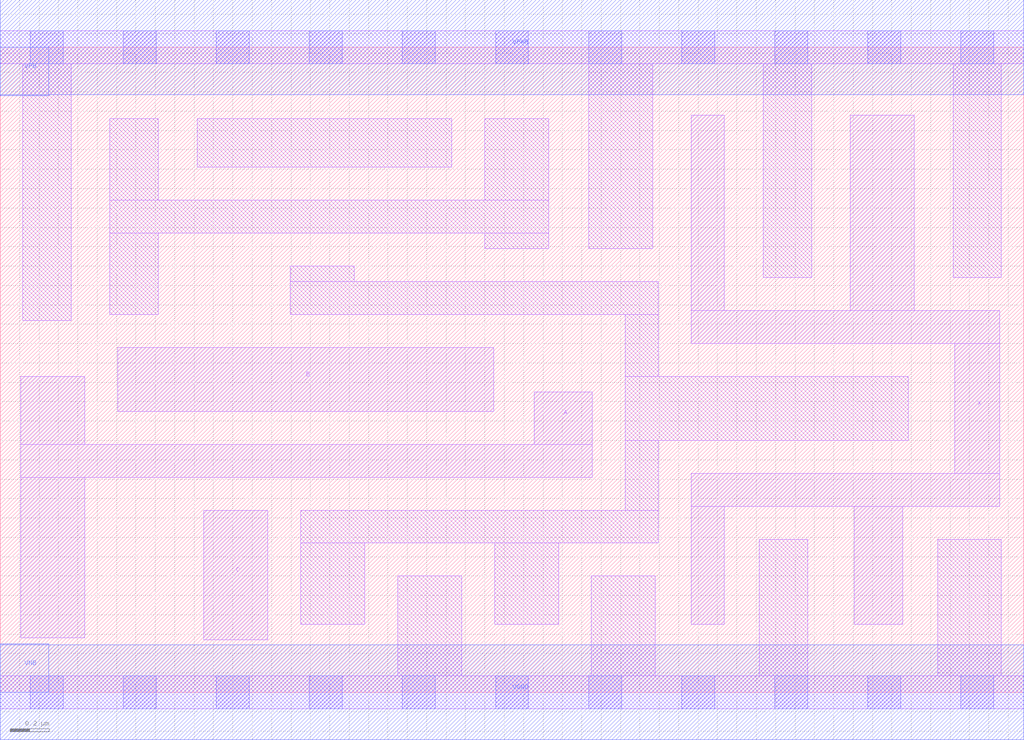
<source format=lef>
# Copyright 2020 The SkyWater PDK Authors
#
# Licensed under the Apache License, Version 2.0 (the "License");
# you may not use this file except in compliance with the License.
# You may obtain a copy of the License at
#
#     https://www.apache.org/licenses/LICENSE-2.0
#
# Unless required by applicable law or agreed to in writing, software
# distributed under the License is distributed on an "AS IS" BASIS,
# WITHOUT WARRANTIES OR CONDITIONS OF ANY KIND, either express or implied.
# See the License for the specific language governing permissions and
# limitations under the License.
#
# SPDX-License-Identifier: Apache-2.0

VERSION 5.5 ;
NAMESCASESENSITIVE ON ;
BUSBITCHARS "[]" ;
DIVIDERCHAR "/" ;
MACRO sky130_fd_sc_ms__or3_4
  CLASS CORE ;
  SOURCE USER ;
  ORIGIN  0.000000  0.000000 ;
  SIZE  5.280000 BY  3.330000 ;
  SYMMETRY X Y ;
  SITE unit ;
  PIN A
    ANTENNAGATEAREA  0.411000 ;
    DIRECTION INPUT ;
    USE SIGNAL ;
    PORT
      LAYER li1 ;
        RECT 0.105000 0.280000 0.435000 1.110000 ;
        RECT 0.105000 1.110000 3.055000 1.280000 ;
        RECT 0.105000 1.280000 0.435000 1.630000 ;
        RECT 2.755000 1.280000 3.055000 1.550000 ;
    END
  END A
  PIN B
    ANTENNAGATEAREA  0.411000 ;
    DIRECTION INPUT ;
    USE SIGNAL ;
    PORT
      LAYER li1 ;
        RECT 0.605000 1.450000 2.545000 1.780000 ;
    END
  END B
  PIN C
    ANTENNAGATEAREA  0.411000 ;
    DIRECTION INPUT ;
    USE SIGNAL ;
    PORT
      LAYER li1 ;
        RECT 1.050000 0.270000 1.380000 0.940000 ;
    END
  END C
  PIN X
    ANTENNADIFFAREA  1.090100 ;
    DIRECTION OUTPUT ;
    USE SIGNAL ;
    PORT
      LAYER li1 ;
        RECT 3.565000 0.350000 3.735000 0.960000 ;
        RECT 3.565000 0.960000 5.155000 1.130000 ;
        RECT 3.565000 1.800000 5.155000 1.970000 ;
        RECT 3.565000 1.970000 3.735000 2.980000 ;
        RECT 4.385000 1.970000 4.715000 2.980000 ;
        RECT 4.405000 0.350000 4.655000 0.960000 ;
        RECT 4.925000 1.130000 5.155000 1.800000 ;
    END
  END X
  PIN VGND
    DIRECTION INOUT ;
    USE GROUND ;
    PORT
      LAYER met1 ;
        RECT 0.000000 -0.245000 5.280000 0.245000 ;
    END
  END VGND
  PIN VNB
    DIRECTION INOUT ;
    USE GROUND ;
    PORT
      LAYER met1 ;
        RECT 0.000000 0.000000 0.250000 0.250000 ;
    END
  END VNB
  PIN VPB
    DIRECTION INOUT ;
    USE POWER ;
    PORT
      LAYER met1 ;
        RECT 0.000000 3.080000 0.250000 3.330000 ;
    END
  END VPB
  PIN VPWR
    DIRECTION INOUT ;
    USE POWER ;
    PORT
      LAYER met1 ;
        RECT 0.000000 3.085000 5.280000 3.575000 ;
    END
  END VPWR
  OBS
    LAYER li1 ;
      RECT 0.000000 -0.085000 5.280000 0.085000 ;
      RECT 0.000000  3.245000 5.280000 3.415000 ;
      RECT 0.115000  1.920000 0.365000 3.245000 ;
      RECT 0.565000  1.950000 0.815000 2.370000 ;
      RECT 0.565000  2.370000 2.830000 2.540000 ;
      RECT 0.565000  2.540000 0.815000 2.960000 ;
      RECT 1.015000  2.710000 2.330000 2.960000 ;
      RECT 1.495000  1.950000 3.395000 2.120000 ;
      RECT 1.495000  2.120000 1.825000 2.200000 ;
      RECT 1.550000  0.350000 1.880000 0.770000 ;
      RECT 1.550000  0.770000 3.395000 0.940000 ;
      RECT 2.050000  0.085000 2.380000 0.600000 ;
      RECT 2.500000  2.290000 2.830000 2.370000 ;
      RECT 2.500000  2.540000 2.830000 2.960000 ;
      RECT 2.550000  0.350000 2.880000 0.770000 ;
      RECT 3.035000  2.290000 3.365000 3.245000 ;
      RECT 3.050000  0.085000 3.380000 0.600000 ;
      RECT 3.225000  0.940000 3.395000 1.300000 ;
      RECT 3.225000  1.300000 4.685000 1.630000 ;
      RECT 3.225000  1.630000 3.395000 1.950000 ;
      RECT 3.915000  0.085000 4.165000 0.790000 ;
      RECT 3.935000  2.140000 4.185000 3.245000 ;
      RECT 4.835000  0.085000 5.165000 0.790000 ;
      RECT 4.915000  2.140000 5.165000 3.245000 ;
    LAYER mcon ;
      RECT 0.155000 -0.085000 0.325000 0.085000 ;
      RECT 0.155000  3.245000 0.325000 3.415000 ;
      RECT 0.635000 -0.085000 0.805000 0.085000 ;
      RECT 0.635000  3.245000 0.805000 3.415000 ;
      RECT 1.115000 -0.085000 1.285000 0.085000 ;
      RECT 1.115000  3.245000 1.285000 3.415000 ;
      RECT 1.595000 -0.085000 1.765000 0.085000 ;
      RECT 1.595000  3.245000 1.765000 3.415000 ;
      RECT 2.075000 -0.085000 2.245000 0.085000 ;
      RECT 2.075000  3.245000 2.245000 3.415000 ;
      RECT 2.555000 -0.085000 2.725000 0.085000 ;
      RECT 2.555000  3.245000 2.725000 3.415000 ;
      RECT 3.035000 -0.085000 3.205000 0.085000 ;
      RECT 3.035000  3.245000 3.205000 3.415000 ;
      RECT 3.515000 -0.085000 3.685000 0.085000 ;
      RECT 3.515000  3.245000 3.685000 3.415000 ;
      RECT 3.995000 -0.085000 4.165000 0.085000 ;
      RECT 3.995000  3.245000 4.165000 3.415000 ;
      RECT 4.475000 -0.085000 4.645000 0.085000 ;
      RECT 4.475000  3.245000 4.645000 3.415000 ;
      RECT 4.955000 -0.085000 5.125000 0.085000 ;
      RECT 4.955000  3.245000 5.125000 3.415000 ;
  END
END sky130_fd_sc_ms__or3_4
END LIBRARY

</source>
